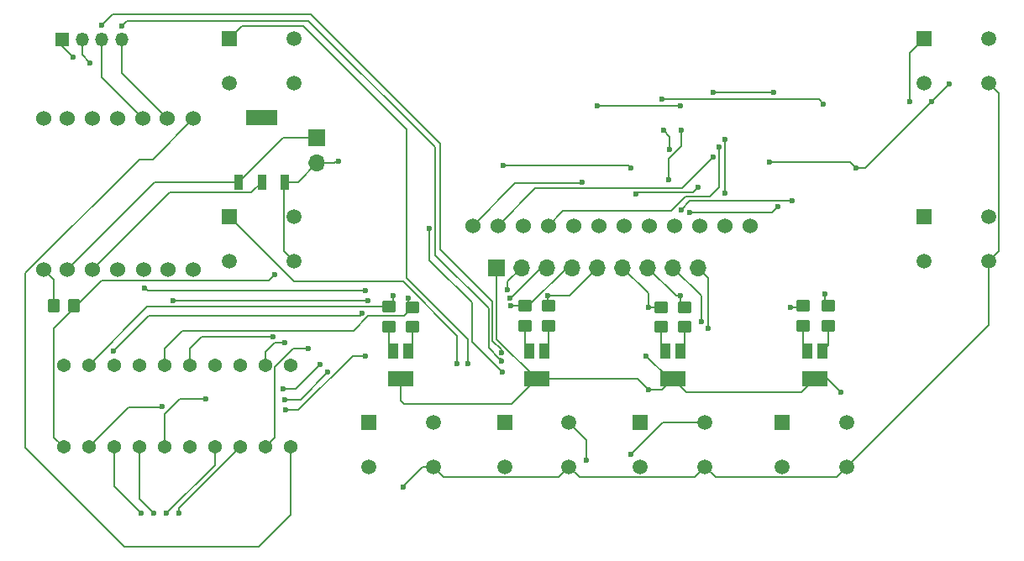
<source format=gbr>
%TF.GenerationSoftware,KiCad,Pcbnew,8.0.4*%
%TF.CreationDate,2024-11-14T23:53:25+02:00*%
%TF.ProjectId,sienikontrolleri,7369656e-696b-46f6-9e74-726f6c6c6572,rev?*%
%TF.SameCoordinates,Original*%
%TF.FileFunction,Copper,L1,Top*%
%TF.FilePolarity,Positive*%
%FSLAX46Y46*%
G04 Gerber Fmt 4.6, Leading zero omitted, Abs format (unit mm)*
G04 Created by KiCad (PCBNEW 8.0.4) date 2024-11-14 23:53:25*
%MOMM*%
%LPD*%
G01*
G04 APERTURE LIST*
G04 Aperture macros list*
%AMRoundRect*
0 Rectangle with rounded corners*
0 $1 Rounding radius*
0 $2 $3 $4 $5 $6 $7 $8 $9 X,Y pos of 4 corners*
0 Add a 4 corners polygon primitive as box body*
4,1,4,$2,$3,$4,$5,$6,$7,$8,$9,$2,$3,0*
0 Add four circle primitives for the rounded corners*
1,1,$1+$1,$2,$3*
1,1,$1+$1,$4,$5*
1,1,$1+$1,$6,$7*
1,1,$1+$1,$8,$9*
0 Add four rect primitives between the rounded corners*
20,1,$1+$1,$2,$3,$4,$5,0*
20,1,$1+$1,$4,$5,$6,$7,0*
20,1,$1+$1,$6,$7,$8,$9,0*
20,1,$1+$1,$8,$9,$2,$3,0*%
G04 Aperture macros list end*
%TA.AperFunction,EtchedComponent*%
%ADD10C,0.000000*%
%TD*%
%TA.AperFunction,ComponentPad*%
%ADD11R,1.700000X1.700000*%
%TD*%
%TA.AperFunction,ComponentPad*%
%ADD12O,1.700000X1.700000*%
%TD*%
%TA.AperFunction,ComponentPad*%
%ADD13R,1.508000X1.508000*%
%TD*%
%TA.AperFunction,ComponentPad*%
%ADD14C,1.508000*%
%TD*%
%TA.AperFunction,SMDPad,CuDef*%
%ADD15R,2.590800X1.600200*%
%TD*%
%TA.AperFunction,SMDPad,CuDef*%
%ADD16R,1.041400X1.600200*%
%TD*%
%TA.AperFunction,ComponentPad*%
%ADD17C,1.524000*%
%TD*%
%TA.AperFunction,SMDPad,CuDef*%
%ADD18RoundRect,0.250000X-0.450000X0.350000X-0.450000X-0.350000X0.450000X-0.350000X0.450000X0.350000X0*%
%TD*%
%TA.AperFunction,SMDPad,CuDef*%
%ADD19R,0.863600X1.549400*%
%TD*%
%TA.AperFunction,SMDPad,CuDef*%
%ADD20RoundRect,0.250000X0.350000X0.450000X-0.350000X0.450000X-0.350000X-0.450000X0.350000X-0.450000X0*%
%TD*%
%TA.AperFunction,ComponentPad*%
%ADD21R,1.350000X1.350000*%
%TD*%
%TA.AperFunction,ComponentPad*%
%ADD22O,1.350000X1.350000*%
%TD*%
%TA.AperFunction,ComponentPad*%
%ADD23C,1.371600*%
%TD*%
%TA.AperFunction,ViaPad*%
%ADD24C,0.600000*%
%TD*%
%TA.AperFunction,Conductor*%
%ADD25C,0.200000*%
%TD*%
G04 APERTURE END LIST*
D10*
%TA.AperFunction,EtchedComponent*%
%TO.C,U1*%
G36*
X70557300Y-36842000D02*
G01*
X67407700Y-36842000D01*
X67407700Y-35292600D01*
X70557300Y-35292600D01*
X70557300Y-36842000D01*
G37*
%TD.AperFunction*%
%TD*%
D11*
%TO.P,J1,1,Pin_1*%
%TO.N,GND*%
X92659200Y-51155600D03*
D12*
%TO.P,J1,2,Pin_2*%
%TO.N,LATCHED LED CO2 G*%
X95199200Y-51155600D03*
%TO.P,J1,3,Pin_3*%
%TO.N,LATCHED LED CO2 R*%
X97739200Y-51155600D03*
%TO.P,J1,4,Pin_4*%
%TO.N,LATCHED LED HUM G*%
X100279200Y-51155600D03*
%TO.P,J1,5,Pin_5*%
%TO.N,LATCHED LED HUM R*%
X102819200Y-51155600D03*
%TO.P,J1,6,Pin_6*%
%TO.N,LATCHED LED TEMP G*%
X105359200Y-51155600D03*
%TO.P,J1,7,Pin_7*%
%TO.N,LATCHED LED TEMP R*%
X107899200Y-51155600D03*
%TO.P,J1,8,Pin_8*%
%TO.N,LATCHED LED CTRL1*%
X110439200Y-51155600D03*
%TO.P,J1,9,Pin_9*%
%TO.N,LATCHED LED CTRL2*%
X112979200Y-51155600D03*
%TD*%
D13*
%TO.P,S6,1*%
%TO.N,Net-(EXP1-IO6)*%
X65732500Y-46043100D03*
D14*
%TO.P,S6,2*%
%TO.N,Net-(R8-Pad1)*%
X72232500Y-46043100D03*
%TO.P,S6,3*%
%TO.N,unconnected-(S6-Pad3)*%
X65732500Y-50543100D03*
%TO.P,S6,4*%
%TO.N,+5V*%
X72232500Y-50543100D03*
%TD*%
D13*
%TO.P,S3,1*%
%TO.N,Net-(EXP1-IO3)*%
X107150000Y-66750000D03*
D14*
%TO.P,S3,2*%
%TO.N,Net-(R3-Pad3)*%
X113650000Y-66750000D03*
%TO.P,S3,3*%
%TO.N,unconnected-(S3-Pad3)*%
X107150000Y-71250000D03*
%TO.P,S3,4*%
%TO.N,+5V*%
X113650000Y-71250000D03*
%TD*%
D13*
%TO.P,S4,1*%
%TO.N,Net-(EXP1-IO2)*%
X121450000Y-66750000D03*
D14*
%TO.P,S4,2*%
%TO.N,Net-(R3-Pad4)*%
X127950000Y-66750000D03*
%TO.P,S4,3*%
%TO.N,unconnected-(S4-Pad3)*%
X121450000Y-71250000D03*
%TO.P,S4,4*%
%TO.N,+5V*%
X127950000Y-71250000D03*
%TD*%
D15*
%TO.P,LED4,1,1*%
%TO.N,GND*%
X124700000Y-62400000D03*
D16*
%TO.P,LED4,2,2*%
%TO.N,Net-(LED4-Pad2)*%
X123926800Y-59600000D03*
%TO.P,LED4,3,3*%
%TO.N,Net-(LED4-Pad3)*%
X125476800Y-59600000D03*
%TD*%
D17*
%TO.P,DISP1,1,E*%
%TO.N,SEG_E*%
X90242500Y-46964100D03*
%TO.P,DISP1,2,D*%
%TO.N,SEG_D*%
X92782500Y-46964100D03*
%TO.P,DISP1,3,DP*%
%TO.N,SEG_DP*%
X95322500Y-46964100D03*
%TO.P,DISP1,4,C*%
%TO.N,SEG_C*%
X97862500Y-46964100D03*
%TO.P,DISP1,5,G*%
%TO.N,SEG_G*%
X100402500Y-46964100D03*
%TO.P,DISP1,6,COM*%
%TO.N,DIG4*%
X102942500Y-46964100D03*
%TO.P,DISP1,7,B*%
%TO.N,SEG_B*%
X105482500Y-46964100D03*
%TO.P,DISP1,8,COM*%
%TO.N,DIG3*%
X108022500Y-46964100D03*
%TO.P,DISP1,9,COM*%
%TO.N,DIG2*%
X110562500Y-46964100D03*
%TO.P,DISP1,10,F*%
%TO.N,SEG_F*%
X113102500Y-46964100D03*
%TO.P,DISP1,11,A*%
%TO.N,SEG_A*%
X115642500Y-46964100D03*
%TO.P,DISP1,12,COM*%
%TO.N,DIG1*%
X118182500Y-46964100D03*
%TD*%
D13*
%TO.P,S1,1*%
%TO.N,Net-(EXP1-IO5)*%
X79750000Y-66750000D03*
D14*
%TO.P,S1,2*%
%TO.N,Net-(R3-Pad1)*%
X86250000Y-66750000D03*
%TO.P,S1,3*%
%TO.N,unconnected-(S1-Pad3)*%
X79750000Y-71250000D03*
%TO.P,S1,4*%
%TO.N,+5V*%
X86250000Y-71250000D03*
%TD*%
D13*
%TO.P,S7,1*%
%TO.N,Net-(EXP1-IO0)*%
X135732500Y-28043100D03*
D14*
%TO.P,S7,2*%
%TO.N,Net-(R7-Pad1)*%
X142232500Y-28043100D03*
%TO.P,S7,3*%
%TO.N,unconnected-(S7-Pad3)*%
X135732500Y-32543100D03*
%TO.P,S7,4*%
%TO.N,+5V*%
X142232500Y-32543100D03*
%TD*%
D18*
%TO.P,R11,1*%
%TO.N,LATCHED LED HUM R*%
X97917000Y-55023000D03*
%TO.P,R11,2*%
%TO.N,Net-(LED2-Pad3)*%
X97917000Y-57023000D03*
%TD*%
D13*
%TO.P,S5,1*%
%TO.N,Net-(EXP1-IO7)*%
X65732500Y-28043100D03*
D14*
%TO.P,S5,2*%
%TO.N,Net-(R9-Pad1)*%
X72232500Y-28043100D03*
%TO.P,S5,3*%
%TO.N,unconnected-(S5-Pad3)*%
X65732500Y-32543100D03*
%TO.P,S5,4*%
%TO.N,+5V*%
X72232500Y-32543100D03*
%TD*%
D11*
%TO.P,J2,1,Pin_1*%
%TO.N,GND*%
X74531500Y-38092100D03*
D12*
%TO.P,J2,2,Pin_2*%
%TO.N,+5V*%
X74531500Y-40632100D03*
%TD*%
D13*
%TO.P,S8,1*%
%TO.N,Net-(EXP1-IO1)*%
X135732500Y-46043100D03*
D14*
%TO.P,S8,2*%
%TO.N,Net-(R6-Pad1)*%
X142232500Y-46043100D03*
%TO.P,S8,3*%
%TO.N,unconnected-(S8-Pad3)*%
X135732500Y-50543100D03*
%TO.P,S8,4*%
%TO.N,+5V*%
X142232500Y-50543100D03*
%TD*%
D18*
%TO.P,R10,1*%
%TO.N,LATCHED LED HUM G*%
X95504000Y-55023000D03*
%TO.P,R10,2*%
%TO.N,Net-(LED2-Pad2)*%
X95504000Y-57023000D03*
%TD*%
D15*
%TO.P,LED1,1,1*%
%TO.N,GND*%
X83000000Y-62400000D03*
D16*
%TO.P,LED1,2,2*%
%TO.N,Net-(LED1-Pad2)*%
X82226800Y-59600000D03*
%TO.P,LED1,3,3*%
%TO.N,Net-(LED1-Pad3)*%
X83776800Y-59600000D03*
%TD*%
D18*
%TO.P,R14,1*%
%TO.N,LATCHED LED CTRL1*%
X123571000Y-55007000D03*
%TO.P,R14,2*%
%TO.N,Net-(LED4-Pad2)*%
X123571000Y-57007000D03*
%TD*%
%TO.P,R15,1*%
%TO.N,LATCHED LED CTRL2*%
X126111000Y-55023000D03*
%TO.P,R15,2*%
%TO.N,Net-(LED4-Pad3)*%
X126111000Y-57023000D03*
%TD*%
%TO.P,R1,1*%
%TO.N,LATCHED LED CO2 G*%
X81788000Y-55118000D03*
%TO.P,R1,2*%
%TO.N,Net-(LED1-Pad2)*%
X81788000Y-57118000D03*
%TD*%
D19*
%TO.P,U1,1,ADJ/GND*%
%TO.N,GND*%
X66682500Y-42518900D03*
%TO.P,U1,2,OUTPUT*%
%TO.N,+3V3*%
X68982500Y-42518900D03*
%TO.P,U1,3,INPUT*%
%TO.N,+5V*%
X71282500Y-42518900D03*
%TD*%
D18*
%TO.P,R12,1*%
%TO.N,LATCHED LED TEMP G*%
X109220000Y-55150000D03*
%TO.P,R12,2*%
%TO.N,Net-(LED3-Pad2)*%
X109220000Y-57150000D03*
%TD*%
D20*
%TO.P,R5,1*%
%TO.N,+5V*%
X50038000Y-54991000D03*
%TO.P,R5,2*%
%TO.N,Net-(MCU1-+5V)*%
X48038000Y-54991000D03*
%TD*%
D18*
%TO.P,R13,1*%
%TO.N,LATCHED LED TEMP R*%
X111633000Y-55150000D03*
%TO.P,R13,2*%
%TO.N,Net-(LED3-Pad3)*%
X111633000Y-57150000D03*
%TD*%
%TO.P,R2,1*%
%TO.N,LATCHED LED CO2 R*%
X84201000Y-55134000D03*
%TO.P,R2,2*%
%TO.N,Net-(LED1-Pad3)*%
X84201000Y-57134000D03*
%TD*%
D15*
%TO.P,LED2,1,1*%
%TO.N,GND*%
X96700000Y-62400000D03*
D16*
%TO.P,LED2,2,2*%
%TO.N,Net-(LED2-Pad2)*%
X95926800Y-59600000D03*
%TO.P,LED2,3,3*%
%TO.N,Net-(LED2-Pad3)*%
X97476800Y-59600000D03*
%TD*%
D13*
%TO.P,S2,1*%
%TO.N,Net-(EXP1-IO4)*%
X93450000Y-66750000D03*
D14*
%TO.P,S2,2*%
%TO.N,Net-(R3-Pad2)*%
X99950000Y-66750000D03*
%TO.P,S2,3*%
%TO.N,unconnected-(S2-Pad3)*%
X93450000Y-71250000D03*
%TO.P,S2,4*%
%TO.N,+5V*%
X99950000Y-71250000D03*
%TD*%
D15*
%TO.P,LED3,1,1*%
%TO.N,GND*%
X110400000Y-62400000D03*
D16*
%TO.P,LED3,2,2*%
%TO.N,Net-(LED3-Pad2)*%
X109626800Y-59600000D03*
%TO.P,LED3,3,3*%
%TO.N,Net-(LED3-Pad3)*%
X111176800Y-59600000D03*
%TD*%
D21*
%TO.P,GROOVE1,1,Pin_1*%
%TO.N,GND*%
X48864000Y-28194000D03*
D22*
%TO.P,GROOVE1,2,Pin_2*%
%TO.N,+5V*%
X50864000Y-28194000D03*
%TO.P,GROOVE1,3,Pin_3*%
%TO.N,MCU SDA*%
X52864000Y-28194000D03*
%TO.P,GROOVE1,4,Pin_4*%
%TO.N,MCU SCL*%
X54864000Y-28194000D03*
%TD*%
D17*
%TO.P,MCU1,1,NC*%
%TO.N,unconnected-(MCU1-NC-Pad1)*%
X47013600Y-36156000D03*
%TO.P,MCU1,2,NC*%
%TO.N,unconnected-(MCU1-NC-Pad2)*%
X49340000Y-36156000D03*
%TO.P,MCU1,3,NC*%
%TO.N,unconnected-(MCU1-NC-Pad3)*%
X51880000Y-36156000D03*
%TO.P,MCU1,4,NC*%
%TO.N,unconnected-(MCU1-NC-Pad4)*%
X54420000Y-36156000D03*
%TO.P,MCU1,5,SDA*%
%TO.N,MCU SDA*%
X57013600Y-36156000D03*
%TO.P,MCU1,6,SCL*%
%TO.N,MCU SCL*%
X59434538Y-36156000D03*
%TO.P,MCU1,7,LATCH*%
%TO.N,MCU LATCH*%
X62053600Y-36156000D03*
%TO.P,MCU1,8,NC*%
%TO.N,unconnected-(MCU1-NC-Pad8)*%
X62053600Y-51396000D03*
%TO.P,MCU1,9,SCLK*%
%TO.N,MCU SREG CLK*%
X59513600Y-51396000D03*
%TO.P,MCU1,10,NINT*%
%TO.N,EXP NINT*%
X57092662Y-51396000D03*
%TO.P,MCU1,11,SDAT*%
%TO.N,MCU SREG DAT*%
X54420000Y-51396000D03*
%TO.P,MCU1,12,VCC*%
%TO.N,+3V3*%
X51880000Y-51396000D03*
%TO.P,MCU1,13,GND*%
%TO.N,GND*%
X49340000Y-51396000D03*
%TO.P,MCU1,14,+5V*%
%TO.N,Net-(MCU1-+5V)*%
X47013600Y-51396000D03*
%TD*%
D23*
%TO.P,LATCH1,1,\u002AOE*%
%TO.N,GND*%
X49000000Y-61000000D03*
%TO.P,LATCH1,2,O0*%
%TO.N,LATCHED LED CO2 G*%
X51540000Y-61000000D03*
%TO.P,LATCH1,3,D0*%
%TO.N,LED CO2 G*%
X54080000Y-61000000D03*
%TO.P,LATCH1,4,D1*%
%TO.N,LED CO2 R*%
X56620000Y-61000000D03*
%TO.P,LATCH1,5,O1*%
%TO.N,LATCHED LED CO2 R*%
X59160000Y-61000000D03*
%TO.P,LATCH1,6,O2*%
%TO.N,LATCHED LED HUM G*%
X61700000Y-61000000D03*
%TO.P,LATCH1,7,D2*%
%TO.N,LED HUM G*%
X64240000Y-61000000D03*
%TO.P,LATCH1,8,D3*%
%TO.N,LED HUM R*%
X66780000Y-61000000D03*
%TO.P,LATCH1,9,O3*%
%TO.N,LATCHED LED HUM R*%
X69320000Y-61000000D03*
%TO.P,LATCH1,10,GND*%
%TO.N,GND*%
X71860000Y-61000000D03*
%TO.P,LATCH1,11,LE*%
%TO.N,MCU LATCH*%
X71860000Y-69255000D03*
%TO.P,LATCH1,12,O4*%
%TO.N,LATCHED LED TEMP G*%
X69320000Y-69255000D03*
%TO.P,LATCH1,13,D4*%
%TO.N,LED TEMP G*%
X66780000Y-69255000D03*
%TO.P,LATCH1,14,D5*%
%TO.N,LED TEMP R*%
X64240000Y-69255000D03*
%TO.P,LATCH1,15,O5*%
%TO.N,LATCHED LED TEMP R*%
X61700000Y-69255000D03*
%TO.P,LATCH1,16,O6*%
%TO.N,LATCHED LED CTRL1*%
X59160000Y-69255000D03*
%TO.P,LATCH1,17,D6*%
%TO.N,LED CTRL1*%
X56620000Y-69255000D03*
%TO.P,LATCH1,18,D7*%
%TO.N,LED CTRL2*%
X54080000Y-69255000D03*
%TO.P,LATCH1,19,O7*%
%TO.N,LATCHED LED CTRL2*%
X51540000Y-69255000D03*
%TO.P,LATCH1,20,VCC*%
%TO.N,+5V*%
X49000000Y-69255000D03*
%TD*%
D24*
%TO.N,SEG_E*%
X101244400Y-42572100D03*
%TO.N,SEG_D*%
X114444500Y-39997100D03*
%TO.N,SEG_F*%
X110091500Y-39235100D03*
X109456500Y-37330100D03*
%TO.N,SEG_C*%
X115042500Y-38981100D03*
%TO.N,DIG2*%
X120965765Y-45029365D03*
X112123500Y-45585100D03*
%TO.N,SEG_A*%
X115642500Y-38219300D03*
X115671600Y-43688000D03*
%TO.N,DIG3*%
X122406030Y-44437630D03*
X111234500Y-45331100D03*
%TO.N,SEG_B*%
X111234500Y-37330100D03*
X109964500Y-42283100D03*
%TO.N,SEG_DP*%
X125585500Y-34663100D03*
X109329500Y-34190100D03*
%TO.N,MCU SDA*%
X52864000Y-26720800D03*
X93167200Y-59740800D03*
%TO.N,Net-(EXP1-IO0)*%
X134264400Y-34442400D03*
%TO.N,GND*%
X136486900Y-34429700D03*
X128887500Y-41140100D03*
X120192800Y-40503100D03*
X127381000Y-63754000D03*
X49936400Y-29921200D03*
X107696000Y-60045600D03*
X107950000Y-63500000D03*
X138285500Y-32631100D03*
%TO.N,+5V*%
X120599200Y-33528000D03*
X70256400Y-51866800D03*
X76708000Y-40436800D03*
X114452400Y-33528000D03*
X51663600Y-30530800D03*
X83261200Y-73253600D03*
%TO.N,Net-(EXP1-IO6)*%
X88696800Y-60858400D03*
%TO.N,EXP NINT*%
X85861600Y-47193200D03*
X93218000Y-61671200D03*
X57200800Y-53187600D03*
X79400400Y-53492400D03*
%TO.N,Net-(EXP1-IO7)*%
X89763600Y-60807600D03*
%TO.N,MCU SCL*%
X54864000Y-26771600D03*
X93116400Y-60604400D03*
%TO.N,MCU SREG CLK*%
X106172000Y-41148000D03*
X93301735Y-40876135D03*
X112979200Y-43027600D03*
X79654400Y-54518000D03*
X106680000Y-43772100D03*
X60045600Y-54508400D03*
%TO.N,LED TEMP R*%
X59385200Y-75946000D03*
%TO.N,LED TEMP G*%
X60655200Y-75946000D03*
%TO.N,LED CTRL2*%
X111201200Y-34848800D03*
X102768400Y-34848800D03*
X56845200Y-75946000D03*
X54000400Y-59537600D03*
X79103135Y-55785935D03*
%TO.N,LED CTRL1*%
X58064400Y-75946000D03*
%TO.N,Net-(R3-Pad3)*%
X106172000Y-69977000D03*
%TO.N,Net-(R3-Pad2)*%
X101727000Y-70612000D03*
%TO.N,LATCHED LED CO2 G*%
X82194400Y-54000400D03*
X93776800Y-53390800D03*
%TO.N,LATCHED LED HUM R*%
X97790000Y-53949600D03*
X71323200Y-58705600D03*
%TO.N,LATCHED LED CO2 R*%
X94030800Y-54203600D03*
X83718400Y-54203600D03*
%TO.N,LATCHED LED HUM G*%
X94081600Y-55016400D03*
X70154800Y-58105600D03*
%TO.N,LATCHED LED TEMP R*%
X71374000Y-65532000D03*
X79400400Y-60045600D03*
X111150400Y-54000400D03*
%TO.N,LATCHED LED TEMP G*%
X73660000Y-59305600D03*
X107950000Y-55168800D03*
%TO.N,LATCHED LED CTRL2*%
X71323200Y-64465200D03*
X58978800Y-65176400D03*
X125730000Y-53797200D03*
X75641200Y-61722000D03*
X113995200Y-57292800D03*
%TO.N,LATCHED LED CTRL1*%
X113269672Y-56600800D03*
X71170800Y-63347600D03*
X74879200Y-60909200D03*
X63347600Y-64363600D03*
X122275600Y-55168800D03*
%TD*%
D25*
%TO.N,SEG_E*%
X94542500Y-42664100D02*
X90242500Y-46964100D01*
X101152400Y-42664100D02*
X94542500Y-42664100D01*
X101244400Y-42572100D02*
X101152400Y-42664100D01*
%TO.N,SEG_D*%
X114444500Y-40038300D02*
X114444500Y-39997100D01*
X92782500Y-46964100D02*
X96574500Y-43172100D01*
X96574500Y-43172100D02*
X111310700Y-43172100D01*
X111310700Y-43172100D02*
X114444500Y-40038300D01*
%TO.N,SEG_F*%
X110091500Y-39235100D02*
X110091500Y-37965100D01*
X110091500Y-37965100D02*
X109456500Y-37330100D01*
%TO.N,SEG_C*%
X111687706Y-44029365D02*
X114111035Y-44029365D01*
X97862500Y-46964100D02*
X99368500Y-45458100D01*
X114111035Y-44029365D02*
X115044500Y-43095900D01*
X115044500Y-38983100D02*
X115042500Y-38981100D01*
X99368500Y-45458100D02*
X110258971Y-45458100D01*
X115044500Y-43095900D02*
X115044500Y-38983100D01*
X110258971Y-45458100D02*
X111687706Y-44029365D01*
%TO.N,DIG2*%
X120965765Y-45029365D02*
X120410030Y-45585100D01*
X120410030Y-45585100D02*
X112123500Y-45585100D01*
%TO.N,SEG_A*%
X115642500Y-43658900D02*
X115671600Y-43688000D01*
X115642500Y-38219300D02*
X115642500Y-43658900D01*
%TO.N,DIG3*%
X122397765Y-44429365D02*
X122406030Y-44437630D01*
X111234500Y-45331100D02*
X112136235Y-44429365D01*
X112136235Y-44429365D02*
X122397765Y-44429365D01*
%TO.N,SEG_B*%
X109964500Y-42283100D02*
X109964500Y-40210629D01*
X111234500Y-38940629D02*
X111234500Y-37330100D01*
X109964500Y-40210629D02*
X111234500Y-38940629D01*
%TO.N,SEG_DP*%
X125112500Y-34190100D02*
X109329500Y-34190100D01*
X125585500Y-34663100D02*
X125112500Y-34190100D01*
%TO.N,MCU SDA*%
X92259200Y-58524886D02*
X92259200Y-54616400D01*
X73964800Y-25654000D02*
X53930800Y-25654000D01*
X52864000Y-28194000D02*
X52864000Y-32006400D01*
X93167200Y-59432886D02*
X92259200Y-58524886D01*
X52864000Y-32006400D02*
X57013600Y-36156000D01*
X57277895Y-36156000D02*
X57013600Y-36156000D01*
X53930800Y-25654000D02*
X52864000Y-26720800D01*
X86969600Y-49326800D02*
X86969600Y-38658800D01*
X93167200Y-59740800D02*
X93167200Y-59432886D01*
X86969600Y-38658800D02*
X73964800Y-25654000D01*
X92259200Y-54616400D02*
X86969600Y-49326800D01*
%TO.N,Net-(EXP1-IO0)*%
X134264400Y-29511200D02*
X135732500Y-28043100D01*
X134264400Y-34442400D02*
X134264400Y-29511200D01*
%TO.N,GND*%
X129776500Y-41140100D02*
X128887500Y-41140100D01*
X92659200Y-58359200D02*
X96700000Y-62400000D01*
X110400000Y-62400000D02*
X111750000Y-63750000D01*
X96700000Y-62400000D02*
X106850000Y-62400000D01*
X106850000Y-62400000D02*
X107950000Y-63500000D01*
X83312000Y-64897000D02*
X94203000Y-64897000D01*
X83000000Y-62400000D02*
X83000000Y-64585000D01*
X136486900Y-34429700D02*
X129776500Y-41140100D01*
X138285500Y-32631100D02*
X136486900Y-34429700D01*
X111750000Y-63750000D02*
X123350000Y-63750000D01*
X126027000Y-62400000D02*
X124700000Y-62400000D01*
X110400000Y-62400000D02*
X109300000Y-63500000D01*
X109300000Y-63500000D02*
X107950000Y-63500000D01*
X120192800Y-40503100D02*
X128250500Y-40503100D01*
X110050400Y-62400000D02*
X110400000Y-62400000D01*
X49340000Y-51396000D02*
X58217100Y-42518900D01*
X107696000Y-60045600D02*
X110050400Y-62400000D01*
X92659200Y-51155600D02*
X92659200Y-58359200D01*
X94203000Y-64897000D02*
X96700000Y-62400000D01*
X48864000Y-28194000D02*
X48864000Y-28848800D01*
X127381000Y-63754000D02*
X126027000Y-62400000D01*
X123350000Y-63750000D02*
X124700000Y-62400000D01*
X128250500Y-40503100D02*
X128887500Y-41140100D01*
X71109300Y-38092100D02*
X66682500Y-42518900D01*
X83000000Y-64585000D02*
X83312000Y-64897000D01*
X48864000Y-28848800D02*
X49936400Y-29921200D01*
X58217100Y-42518900D02*
X66682500Y-42518900D01*
X74531500Y-38092100D02*
X71109300Y-38092100D01*
%TO.N,+5V*%
X83312000Y-73202800D02*
X83312000Y-73101200D01*
X76454000Y-40436800D02*
X76258700Y-40632100D01*
X142232500Y-50543100D02*
X143286500Y-49489100D01*
X120599200Y-33528000D02*
X114452400Y-33528000D01*
X50864000Y-28194000D02*
X50864000Y-29731200D01*
X112596000Y-72304000D02*
X113650000Y-71250000D01*
X76258700Y-40632100D02*
X74531500Y-40632100D01*
X143286500Y-33597100D02*
X142232500Y-32543100D01*
X101004000Y-72304000D02*
X112596000Y-72304000D01*
X99950000Y-71250000D02*
X98896000Y-72304000D01*
X48014200Y-68269200D02*
X48014200Y-57268800D01*
X85163200Y-71250000D02*
X86250000Y-71250000D01*
X52825000Y-52458000D02*
X48014200Y-57268800D01*
X71178500Y-49489100D02*
X71178500Y-42622900D01*
X72232500Y-50543100D02*
X71178500Y-49489100D01*
X98896000Y-72304000D02*
X87304000Y-72304000D01*
X71282500Y-42518900D02*
X72644700Y-42518900D01*
X72644700Y-42518900D02*
X74531500Y-40632100D01*
X113650000Y-71250000D02*
X114704000Y-72304000D01*
X143286500Y-49489100D02*
X143286500Y-33597100D01*
X50864000Y-29731200D02*
X51663600Y-30530800D01*
X48014200Y-57268800D02*
X50038000Y-55245000D01*
X142232500Y-56967500D02*
X127950000Y-71250000D01*
X70256400Y-51866800D02*
X69665200Y-52458000D01*
X99950000Y-71250000D02*
X101004000Y-72304000D01*
X87304000Y-72304000D02*
X86250000Y-71250000D01*
X114704000Y-72304000D02*
X126896000Y-72304000D01*
X49000000Y-69255000D02*
X48014200Y-68269200D01*
X83312000Y-73101200D02*
X85163200Y-71250000D01*
X126896000Y-72304000D02*
X127950000Y-71250000D01*
X83261200Y-73253600D02*
X83312000Y-73202800D01*
X71178500Y-42622900D02*
X71282500Y-42518900D01*
X76708000Y-40436800D02*
X76454000Y-40436800D01*
X50038000Y-55245000D02*
X50038000Y-54991000D01*
X69665200Y-52458000D02*
X52825000Y-52458000D01*
X142232500Y-50543100D02*
X142232500Y-56967500D01*
%TO.N,Net-(EXP1-IO6)*%
X72267400Y-52578000D02*
X65732500Y-46043100D01*
X83229744Y-52578000D02*
X72267400Y-52578000D01*
X88696800Y-60858400D02*
X88696800Y-58045056D01*
X88696800Y-58045056D02*
X83229744Y-52578000D01*
%TO.N,EXP NINT*%
X86156800Y-50698400D02*
X85861600Y-50403200D01*
X79400400Y-53492400D02*
X57505600Y-53492400D01*
X85861600Y-50403200D02*
X85861600Y-47193200D01*
X93218000Y-61671200D02*
X90163600Y-58616800D01*
X90163600Y-58616800D02*
X90163600Y-54705200D01*
X57505600Y-53492400D02*
X57200800Y-53187600D01*
X90163600Y-54705200D02*
X86156800Y-50698400D01*
%TO.N,Net-(EXP1-IO7)*%
X83566000Y-52222400D02*
X83566000Y-37236400D01*
X73152000Y-26822400D02*
X66953200Y-26822400D01*
X83566000Y-37236400D02*
X73152000Y-26822400D01*
X66953200Y-26822400D02*
X65732500Y-28043100D01*
X89763600Y-60807600D02*
X89763600Y-58420000D01*
X89763600Y-58420000D02*
X83566000Y-52222400D01*
%TO.N,MCU SCL*%
X91859200Y-59281329D02*
X92918671Y-60340800D01*
X54864000Y-26771600D02*
X55372000Y-26263600D01*
X86461600Y-49885600D02*
X91859200Y-55283200D01*
X86461600Y-39014400D02*
X86461600Y-49885600D01*
X91859200Y-55283200D02*
X91859200Y-59281329D01*
X54864000Y-31585462D02*
X59434538Y-36156000D01*
X93116400Y-60340800D02*
X93116400Y-60604400D01*
X73710800Y-26263600D02*
X86461600Y-39014400D01*
X54864000Y-28194000D02*
X54864000Y-31585462D01*
X55372000Y-26263600D02*
X73710800Y-26263600D01*
X92918671Y-60340800D02*
X93116400Y-60340800D01*
X59434538Y-36156000D02*
X59422400Y-36156000D01*
%TO.N,MCU SREG CLK*%
X112979200Y-43027600D02*
X112434700Y-43572100D01*
X106880000Y-43572100D02*
X106680000Y-43772100D01*
X93301735Y-40876135D02*
X105900135Y-40876135D01*
X60055200Y-54518000D02*
X60045600Y-54508400D01*
X79654400Y-54518000D02*
X60055200Y-54518000D01*
X105900135Y-40876135D02*
X106172000Y-41148000D01*
X112434700Y-43572100D02*
X106880000Y-43572100D01*
%TO.N,MCU LATCH*%
X68681600Y-79298800D02*
X71860000Y-76120400D01*
X62053600Y-36156000D02*
X57976000Y-40233600D01*
X45161200Y-69291200D02*
X55168800Y-79298800D01*
X57976000Y-40233600D02*
X56642000Y-40233600D01*
X56642000Y-40233600D02*
X45161200Y-51714400D01*
X45161200Y-51714400D02*
X45161200Y-69291200D01*
X55168800Y-79298800D02*
X68681600Y-79298800D01*
X71860000Y-76120400D02*
X71860000Y-69255000D01*
%TO.N,+3V3*%
X51880000Y-51396000D02*
X59682400Y-43593600D01*
X59682400Y-43593600D02*
X67907800Y-43593600D01*
X67907800Y-43593600D02*
X68982500Y-42518900D01*
%TO.N,LED TEMP R*%
X59385200Y-75946000D02*
X64240000Y-71091200D01*
X64240000Y-71091200D02*
X64240000Y-69255000D01*
%TO.N,LED TEMP G*%
X60655200Y-75946000D02*
X60655200Y-75379800D01*
X60655200Y-75379800D02*
X66780000Y-69255000D01*
%TO.N,LED CTRL2*%
X57556400Y-55981600D02*
X54000400Y-59537600D01*
X79103135Y-55785935D02*
X78907470Y-55981600D01*
X54080000Y-73180800D02*
X54080000Y-69255000D01*
X78907470Y-55981600D02*
X57556400Y-55981600D01*
X56845200Y-75946000D02*
X54080000Y-73180800D01*
X102768400Y-34848800D02*
X111201200Y-34848800D01*
%TO.N,LED CTRL1*%
X56620000Y-74501600D02*
X56620000Y-69255000D01*
X58064400Y-75946000D02*
X56620000Y-74501600D01*
%TO.N,Net-(R3-Pad3)*%
X106172000Y-69977000D02*
X109399000Y-66750000D01*
X109399000Y-66750000D02*
X113650000Y-66750000D01*
%TO.N,Net-(R3-Pad2)*%
X101727000Y-68527000D02*
X99950000Y-66750000D01*
X101727000Y-70612000D02*
X101727000Y-68527000D01*
%TO.N,LATCHED LED CO2 G*%
X93776800Y-52578000D02*
X93776800Y-53390800D01*
X57422000Y-55118000D02*
X51540000Y-61000000D01*
X81788000Y-55118000D02*
X57422000Y-55118000D01*
X82194400Y-54711600D02*
X81788000Y-55118000D01*
X95199200Y-51155600D02*
X93776800Y-52578000D01*
X82194400Y-54000400D02*
X82194400Y-54711600D01*
%TO.N,LATCHED LED HUM R*%
X69320000Y-59661200D02*
X69320000Y-61000000D01*
X70275600Y-58705600D02*
X69320000Y-59661200D01*
X97790000Y-53949600D02*
X97790000Y-54896000D01*
X97790000Y-54896000D02*
X97917000Y-55023000D01*
X102819200Y-51155600D02*
X100025200Y-53949600D01*
X100025200Y-53949600D02*
X97790000Y-53949600D01*
X71323200Y-58705600D02*
X70275600Y-58705600D01*
%TO.N,LATCHED LED CO2 R*%
X59160000Y-59356400D02*
X59160000Y-61000000D01*
X97093871Y-51155600D02*
X94045871Y-54203600D01*
X79719600Y-56018000D02*
X78232000Y-57505600D01*
X83317000Y-56018000D02*
X79719600Y-56018000D01*
X97739200Y-51155600D02*
X97093871Y-51155600D01*
X84201000Y-55134000D02*
X83317000Y-56018000D01*
X94045871Y-54203600D02*
X94030800Y-54203600D01*
X83718400Y-54203600D02*
X83718400Y-54651400D01*
X83718400Y-54651400D02*
X84201000Y-55134000D01*
X61010800Y-57505600D02*
X59160000Y-59356400D01*
X78232000Y-57505600D02*
X61010800Y-57505600D01*
%TO.N,LATCHED LED HUM G*%
X99735471Y-51155600D02*
X95868071Y-55023000D01*
X62900000Y-58105600D02*
X61700000Y-59305600D01*
X61700000Y-59305600D02*
X61700000Y-61000000D01*
X94081600Y-55016400D02*
X95497400Y-55016400D01*
X100279200Y-51155600D02*
X99735471Y-51155600D01*
X95497400Y-55016400D02*
X95504000Y-55023000D01*
X95868071Y-55023000D02*
X95504000Y-55023000D01*
X70154800Y-58105600D02*
X62900000Y-58105600D01*
%TO.N,LATCHED LED TEMP R*%
X111150400Y-54667400D02*
X111633000Y-55150000D01*
X107899200Y-51155600D02*
X110744000Y-54000400D01*
X78166129Y-60045600D02*
X72679729Y-65532000D01*
X111080800Y-55150000D02*
X111633000Y-55150000D01*
X111150400Y-54000400D02*
X111150400Y-54667400D01*
X72679729Y-65532000D02*
X71374000Y-65532000D01*
X79400400Y-60045600D02*
X78166129Y-60045600D01*
X110744000Y-54000400D02*
X111150400Y-54000400D01*
%TO.N,LATCHED LED TEMP G*%
X107950000Y-55168800D02*
X109201200Y-55168800D01*
X107950000Y-53746400D02*
X107950000Y-55168800D01*
X109201200Y-55168800D02*
X109220000Y-55150000D01*
X72160268Y-59305600D02*
X70305800Y-61160068D01*
X105359200Y-51155600D02*
X107950000Y-53746400D01*
X70305800Y-68269200D02*
X69320000Y-69255000D01*
X73660000Y-59305600D02*
X72160268Y-59305600D01*
X70305800Y-61160068D02*
X70305800Y-68269200D01*
X108540800Y-55150000D02*
X109220000Y-55150000D01*
%TO.N,LATCHED LED CTRL2*%
X72898000Y-64465200D02*
X71323200Y-64465200D01*
X58877200Y-65278000D02*
X55517000Y-65278000D01*
X112979200Y-51155600D02*
X113995200Y-52171600D01*
X125730000Y-54642000D02*
X126111000Y-55023000D01*
X113995200Y-52171600D02*
X113995200Y-57292800D01*
X75641200Y-61722000D02*
X72898000Y-64465200D01*
X55517000Y-65278000D02*
X51540000Y-69255000D01*
X58978800Y-65176400D02*
X58877200Y-65278000D01*
X125730000Y-53797200D02*
X125730000Y-54642000D01*
%TO.N,LATCHED LED CTRL1*%
X123409200Y-55168800D02*
X123571000Y-55007000D01*
X74879200Y-60909200D02*
X72440800Y-63347600D01*
X59160000Y-65960400D02*
X59160000Y-69255000D01*
X63347600Y-64363600D02*
X60756800Y-64363600D01*
X72440800Y-63347600D02*
X71170800Y-63347600D01*
X110439200Y-51155600D02*
X113269672Y-53986072D01*
X113269672Y-53986072D02*
X113269672Y-56600800D01*
X60756800Y-64363600D02*
X59160000Y-65960400D01*
X122275600Y-55168800D02*
X123409200Y-55168800D01*
%TO.N,Net-(MCU1-+5V)*%
X48038000Y-52420400D02*
X47013600Y-51396000D01*
X48038000Y-54991000D02*
X48038000Y-52420400D01*
%TO.N,Net-(LED1-Pad3)*%
X84201000Y-57134000D02*
X84201000Y-59175800D01*
X84201000Y-59175800D02*
X83776800Y-59600000D01*
%TO.N,Net-(LED1-Pad2)*%
X81788000Y-59161200D02*
X82226800Y-59600000D01*
X81788000Y-57118000D02*
X81788000Y-59161200D01*
%TO.N,Net-(LED2-Pad3)*%
X97917000Y-59159800D02*
X97476800Y-59600000D01*
X97917000Y-57023000D02*
X97917000Y-59159800D01*
%TO.N,Net-(LED2-Pad2)*%
X95504000Y-59177200D02*
X95926800Y-59600000D01*
X95504000Y-57023000D02*
X95504000Y-59177200D01*
%TO.N,Net-(LED3-Pad3)*%
X111633000Y-57150000D02*
X111633000Y-59143800D01*
X111633000Y-59143800D02*
X111176800Y-59600000D01*
%TO.N,Net-(LED3-Pad2)*%
X109220000Y-57150000D02*
X109220000Y-59193200D01*
X109220000Y-59193200D02*
X109626800Y-59600000D01*
%TO.N,Net-(LED4-Pad2)*%
X123571000Y-57007000D02*
X123571000Y-59244200D01*
X123571000Y-59244200D02*
X123926800Y-59600000D01*
%TO.N,Net-(LED4-Pad3)*%
X126111000Y-57023000D02*
X126111000Y-58965800D01*
X126111000Y-58965800D02*
X125476800Y-59600000D01*
%TD*%
M02*

</source>
